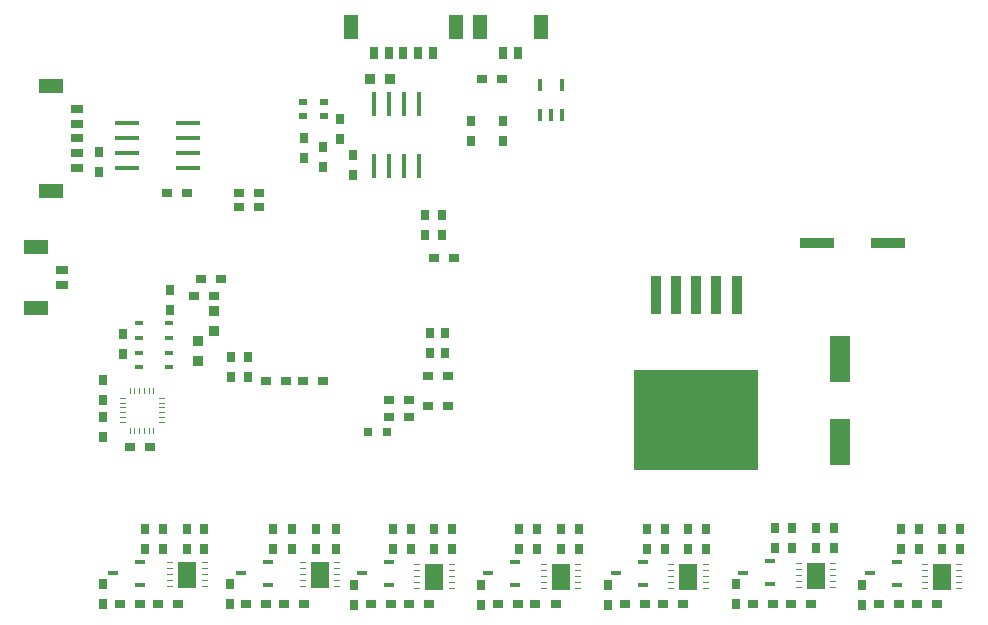
<source format=gbr>
%TF.GenerationSoftware,Novarm,DipTrace,3.3.0.1*%
%TF.CreationDate,2018-11-14T10:14:44-08:00*%
%FSLAX26Y26*%
%MOIN*%
%TF.FileFunction,Paste,Top*%
%TF.Part,Single*%
%AMOUTLINE2*
4,1,4,
0.015745,-0.017714,
-0.015745,-0.017714,
-0.015745,0.017714,
0.015745,0.017714,
0.015745,-0.017714,
0*%
%AMOUTLINE5*
4,1,4,
-0.015745,0.017714,
0.015745,0.017714,
0.015745,-0.017714,
-0.015745,-0.017714,
-0.015745,0.017714,
0*%
%AMOUTLINE8*
4,1,4,
-0.017714,-0.015745,
-0.017714,0.015745,
0.017714,0.015745,
0.017714,-0.015745,
-0.017714,-0.015745,
0*%
%AMOUTLINE11*
4,1,4,
0.20669,-0.165351,
-0.20669,-0.165351,
-0.20669,0.165351,
0.20669,0.165351,
0.20669,-0.165351,
0*%
%AMOUTLINE14*
4,1,4,
0.015745,-0.062989,
-0.015745,-0.062989,
-0.015745,0.062989,
0.015745,0.062989,
0.015745,-0.062989,
0*%
%ADD80R,0.059049X0.090545*%
%ADD82R,0.019679X0.001963*%
%ADD84R,0.033459X0.017711*%
%ADD86R,0.080703X0.047238*%
%ADD88R,0.043301X0.025585*%
%ADD90R,0.029522X0.013774*%
%ADD92R,0.027553X0.023616*%
%ADD94R,0.014561X0.044089*%
%ADD96R,0.001569X0.022671*%
%ADD98R,0.022671X0.001569*%
%ADD100R,0.049207X0.003931*%
%ADD102R,0.003931X0.049207*%
%ADD104R,0.078734X0.015742*%
%ADD106R,0.047238X0.080703*%
%ADD108R,0.025585X0.043301*%
%ADD120R,0.029522X0.03149*%
%ADD126R,0.015742X0.078734*%
%ADD136R,0.066923X0.157474*%
%ADD138R,0.114167X0.035427*%
%ADD140R,0.03149X0.035427*%
%ADD142R,0.035427X0.03149*%
%ADD153OUTLINE2*%
%ADD156OUTLINE5*%
%ADD159OUTLINE8*%
%ADD162OUTLINE11*%
%ADD165OUTLINE14*%
G75*
G01*
%LPD*%
D142*
X988188Y2527558D3*
X921259D3*
X1318123Y1899746D3*
X1251193D3*
X1811023Y2311023D3*
X1877952D3*
X799360Y1681025D3*
X866289D3*
D140*
X710235Y1837259D3*
Y1904188D3*
Y1781015D3*
Y1714086D3*
D142*
X1011810Y2185039D3*
X1078739D3*
D140*
X933070Y2137794D3*
Y2204724D3*
X774359Y2055986D3*
Y1989057D3*
D142*
X1661835Y1837246D3*
X1728764D3*
D140*
X1800294Y2059579D3*
Y1992650D3*
X1136860Y1980994D3*
Y1914065D3*
D138*
X3090550Y2362204D3*
X3326771D3*
D140*
X1193109Y1980994D3*
Y1914065D3*
D142*
X1661835Y1780997D3*
X1728764D3*
D140*
X1850294Y2059579D3*
Y1992650D3*
X1838582Y2385826D3*
Y2452755D3*
X1783464Y2385826D3*
Y2452755D3*
D142*
X1228346Y2480314D3*
X1161417D3*
X1228346Y2527558D3*
X1161417D3*
D140*
X1541582Y2652829D3*
Y2585899D3*
X1937007Y2700787D3*
Y2767716D3*
D142*
X1443109Y1899746D3*
X1376180D3*
D136*
X3165354Y1972440D3*
Y1696850D3*
D126*
X1611859Y2618427D3*
X1661859D3*
X1711859D3*
X1761859D3*
X1611859Y2823151D3*
X1661859D3*
X1711859D3*
X1761859D3*
D120*
X1593109Y1731020D3*
X1656102D3*
D153*
X1080609Y2068485D3*
Y2135414D3*
D156*
X1024360Y1968495D3*
Y2035424D3*
D142*
X2039074Y2907865D3*
X1972145D3*
D140*
X2043306Y2767716D3*
Y2700787D3*
X1443109Y2680920D3*
Y2613991D3*
X1380616Y2712165D3*
Y2645235D3*
X1499360Y2774661D3*
Y2707731D3*
D142*
X1102361Y2240157D3*
X1035432D3*
X1793108Y1818511D3*
X1860037D3*
X1793108Y1918501D3*
X1860037D3*
D140*
X696457Y2598524D3*
Y2665453D3*
D159*
X1599361Y2906528D3*
X1666291D3*
D108*
X2043897Y2993138D3*
X2093109D3*
D106*
X2169881Y3079556D3*
X1967125D3*
D104*
X992444Y2610098D3*
Y2660098D3*
Y2710098D3*
Y2760098D3*
X787720Y2610098D3*
Y2660098D3*
Y2710098D3*
Y2760098D3*
D102*
X1336859Y1962246D3*
X1356544D3*
X1376229D3*
X1395914D3*
X1415599D3*
X1435284D3*
X1454969D3*
X1474654D3*
X1494339D3*
X1514024D3*
X1533709D3*
X1553394D3*
X1573079D3*
X1592764D3*
X1612449D3*
X1632134D3*
D100*
X1710875Y2040986D3*
Y2060671D3*
Y2080356D3*
Y2100041D3*
Y2119726D3*
Y2139411D3*
Y2159096D3*
Y2178781D3*
Y2198466D3*
Y2218151D3*
Y2237836D3*
Y2257522D3*
Y2277207D3*
Y2296892D3*
Y2316577D3*
Y2336262D3*
D102*
X1632134Y2415002D3*
X1612449D3*
X1592764D3*
X1573079D3*
X1553394D3*
X1533709D3*
X1514024D3*
X1494339D3*
X1474654D3*
X1454969D3*
X1435284D3*
X1415599D3*
X1395914D3*
X1376229D3*
X1356544D3*
X1336859D3*
D100*
X1258119Y2336262D3*
Y2316577D3*
Y2296892D3*
Y2277207D3*
Y2257522D3*
Y2237836D3*
Y2218151D3*
Y2198466D3*
Y2178781D3*
Y2159096D3*
Y2139411D3*
Y2119726D3*
Y2100041D3*
Y2080356D3*
Y2060671D3*
Y2040986D3*
D98*
X774352Y1824760D3*
Y1809012D3*
Y1793264D3*
Y1840508D3*
Y1777516D3*
Y1761768D3*
D96*
X801045Y1735075D3*
X816793D3*
X832541D3*
X848289D3*
X864037D3*
X879785D3*
D98*
X906478Y1761768D3*
Y1777516D3*
Y1793264D3*
Y1809012D3*
Y1824760D3*
Y1840508D3*
D96*
X801045Y1867201D3*
X816793D3*
X832541D3*
X848289D3*
X864037D3*
X879785D3*
D94*
X2165354Y2787401D3*
X2202755D3*
X2240157D3*
Y2885826D3*
X2165354D3*
D92*
X1374350Y2830880D3*
Y2783636D3*
X1445216D3*
Y2830880D3*
D90*
X830609Y2093482D3*
Y1995057D3*
Y2044270D3*
Y1945844D3*
X930609Y2093482D3*
Y2044270D3*
Y1995057D3*
Y1945844D3*
D88*
X621456Y2611023D3*
Y2660235D3*
Y2709448D3*
Y2758661D3*
Y2807873D3*
D86*
X535039Y2884645D3*
Y2534251D3*
D162*
X2687007Y1771658D3*
D165*
X2820865Y2188981D3*
X2753936D3*
X2687007D3*
X2620078D3*
X2553149D3*
D108*
X1611857Y2994707D3*
X1661070D3*
X1710283D3*
X1759495D3*
X1808708D3*
D106*
X1885480Y3081124D3*
X1535086D3*
D88*
X570865Y2220472D3*
Y2269684D3*
D86*
X484448Y2346456D3*
Y2143700D3*
D140*
X3085432Y1344264D3*
Y1411193D3*
X3144487Y1344264D3*
Y1411193D3*
X3006692Y1344264D3*
Y1411193D3*
D84*
X2933857Y1224776D3*
Y1299579D3*
X2843306Y1262178D3*
D142*
X2874802Y1158634D3*
X2941731D3*
D140*
X2817716Y1157256D3*
Y1224186D3*
D142*
X3000787Y1158595D3*
X3067716D3*
D140*
X2947637Y1344264D3*
Y1411193D3*
D82*
X3028346Y1289146D3*
Y1269461D3*
Y1249776D3*
Y1230091D3*
Y1210406D3*
X3142519Y1289146D3*
Y1269461D3*
Y1249776D3*
Y1230091D3*
Y1210406D3*
D80*
X3085432Y1249776D3*
D140*
X2660235Y1341692D3*
Y1408621D3*
X2719291Y1341692D3*
Y1408621D3*
X2581495Y1341692D3*
Y1408621D3*
D84*
X2508661Y1222204D3*
Y1297007D3*
X2418109Y1259606D3*
D142*
X2449606Y1156062D3*
X2516535D3*
D140*
X2392519Y1154684D3*
Y1221613D3*
D142*
X2575590Y1156023D3*
X2642519D3*
D140*
X2522440Y1341692D3*
Y1408621D3*
D82*
X2603149Y1286574D3*
Y1266889D3*
Y1247204D3*
Y1227519D3*
Y1207834D3*
X2717322Y1286574D3*
Y1266889D3*
Y1247204D3*
Y1227519D3*
Y1207834D3*
D80*
X2660235Y1247204D3*
D140*
X3506692Y1341676D3*
Y1408606D3*
X3565747Y1341676D3*
Y1408606D3*
X3427952Y1341676D3*
Y1408606D3*
D84*
X3355117Y1222199D3*
Y1297002D3*
X3264566Y1259600D3*
D142*
X3296062Y1156041D3*
X3362991D3*
D140*
X3238976Y1154669D3*
Y1221598D3*
D142*
X3422046Y1156041D3*
X3488976D3*
D140*
X3368897Y1341676D3*
Y1408606D3*
D82*
X3449606Y1286558D3*
Y1266873D3*
Y1247188D3*
Y1227503D3*
Y1207818D3*
X3563779Y1286558D3*
Y1266873D3*
Y1247188D3*
Y1227503D3*
Y1207818D3*
D80*
X3506692Y1247188D3*
D140*
X2235039Y1341692D3*
Y1408621D3*
X2294094Y1341692D3*
Y1408621D3*
X2156298Y1341692D3*
Y1408621D3*
D84*
X2083464Y1222204D3*
Y1297007D3*
X1992913Y1259606D3*
D142*
X2024409Y1156062D3*
X2091338D3*
D140*
X1967322Y1154684D3*
Y1221613D3*
D142*
X2150393Y1156023D3*
X2217322D3*
D140*
X2097243Y1341692D3*
Y1408621D3*
D82*
X2177952Y1286574D3*
Y1266889D3*
Y1247204D3*
Y1227519D3*
Y1207834D3*
X2292125Y1286574D3*
Y1266889D3*
Y1247204D3*
Y1227519D3*
Y1207834D3*
D80*
X2235039Y1247204D3*
D140*
X1813779Y1341692D3*
Y1408621D3*
X1872834Y1341692D3*
Y1408621D3*
X1735039Y1341692D3*
Y1408621D3*
D84*
X1662204Y1222204D3*
Y1297007D3*
X1571653Y1259606D3*
D142*
X1603149Y1156062D3*
X1670078D3*
D140*
X1546062Y1154684D3*
Y1221613D3*
D142*
X1729133Y1156023D3*
X1796062D3*
D140*
X1675983Y1341692D3*
Y1408621D3*
D82*
X1756692Y1286574D3*
Y1266889D3*
Y1247204D3*
Y1227519D3*
Y1207834D3*
X1870865Y1286574D3*
Y1266889D3*
Y1247204D3*
Y1227519D3*
Y1207834D3*
D80*
X1813779Y1247204D3*
D140*
X1486708Y1341692D3*
Y1408621D3*
X1419133Y1341692D3*
Y1408621D3*
X1337474Y1341692D3*
Y1408621D3*
D84*
X1258297Y1222204D3*
Y1297007D3*
X1167746Y1259606D3*
D142*
X1185472Y1156062D3*
X1252401D3*
D140*
X1130766D3*
Y1222991D3*
D142*
X1311913Y1156062D3*
X1378842D3*
D140*
X1274178Y1341692D3*
Y1408621D3*
D82*
X1374369Y1293543D3*
Y1273857D3*
Y1254172D3*
Y1234487D3*
Y1214802D3*
X1488543Y1293543D3*
Y1273857D3*
Y1254172D3*
Y1234487D3*
Y1214802D3*
D80*
X1431456Y1254172D3*
D140*
X988188Y1341692D3*
Y1408621D3*
X1047243Y1341692D3*
Y1408621D3*
X909448Y1341692D3*
Y1408621D3*
D84*
X833464Y1222204D3*
Y1297007D3*
X742913Y1259606D3*
D142*
X764714Y1156044D3*
X831644D3*
D140*
X707775D3*
Y1222973D3*
D142*
X891535Y1156044D3*
X958464D3*
D140*
X850393Y1341692D3*
Y1408621D3*
D82*
X933464Y1293529D3*
Y1273844D3*
Y1254159D3*
Y1234474D3*
Y1214789D3*
X1047637Y1293529D3*
Y1273844D3*
Y1254159D3*
Y1234474D3*
Y1214789D3*
D80*
X990550Y1254159D3*
M02*

</source>
